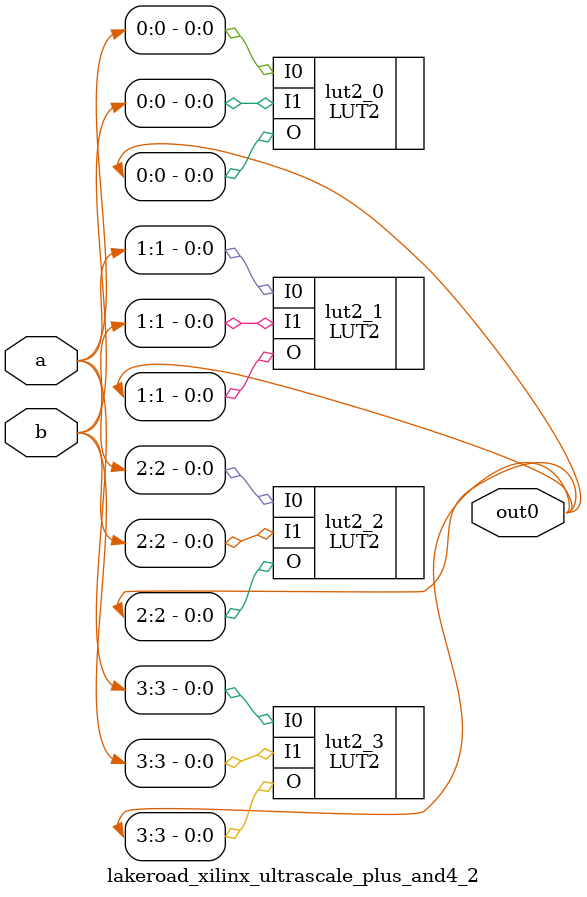
<source format=v>

/* Generated by Yosys 0.19 (git sha1 a45c131b37c, clang 13.1.6 -fPIC -Os) */

module lakeroad_xilinx_ultrascale_plus_and4_2(a, b, out0);
  input [3:0] a;
  wire [3:0] a;
  input [3:0] b;
  wire [3:0] b;
  output [3:0] out0;
  wire [3:0] out0;
  LUT2 #(
    .INIT(4'h8)
  ) lut2_0 (
    .I0(a[0]),
    .I1(b[0]),
    .O(out0[0])
  );
  LUT2 #(
    .INIT(4'h8)
  ) lut2_1 (
    .I0(a[1]),
    .I1(b[1]),
    .O(out0[1])
  );
  LUT2 #(
    .INIT(4'h8)
  ) lut2_2 (
    .I0(a[2]),
    .I1(b[2]),
    .O(out0[2])
  );
  LUT2 #(
    .INIT(4'h8)
  ) lut2_3 (
    .I0(a[3]),
    .I1(b[3]),
    .O(out0[3])
  );
endmodule


</source>
